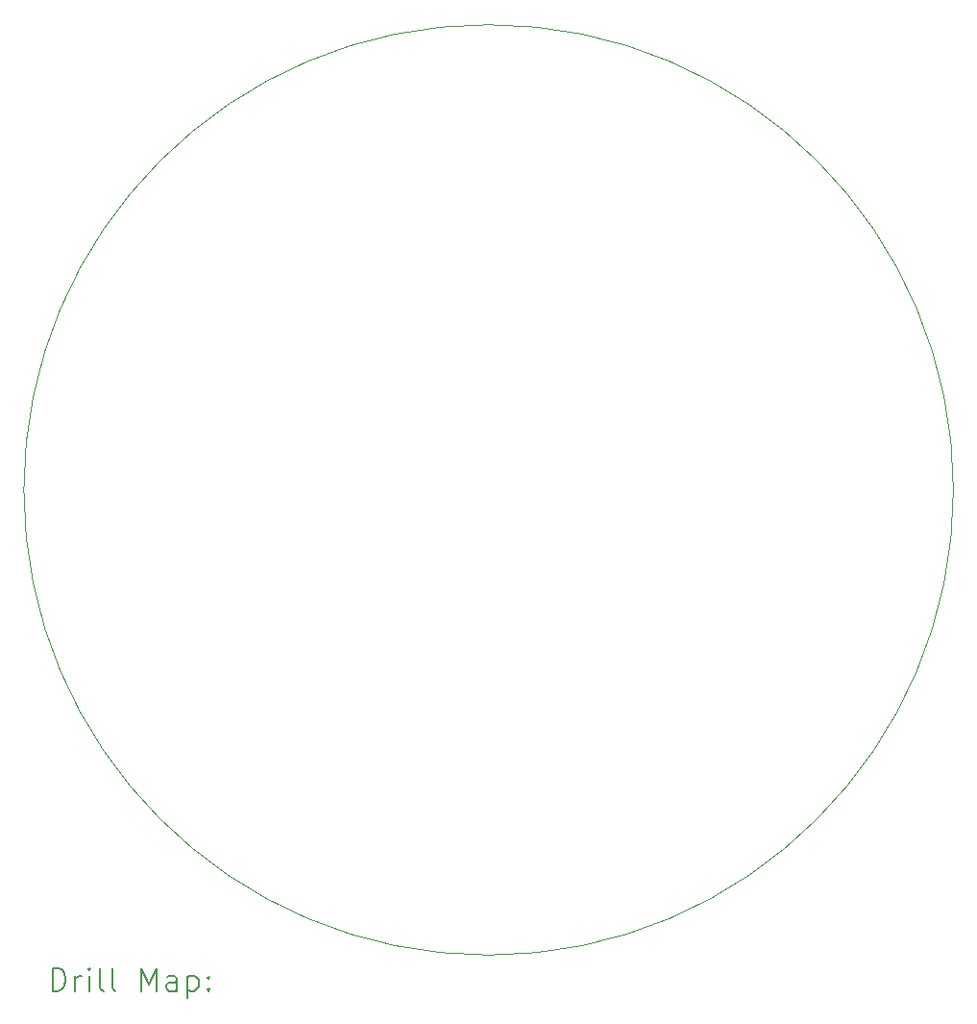
<source format=gbr>
%TF.GenerationSoftware,KiCad,Pcbnew,(6.0.8-1)-1*%
%TF.CreationDate,2023-08-07T08:14:22+01:00*%
%TF.ProjectId,LED LAMP,4c454420-4c41-44d5-902e-6b696361645f,rev?*%
%TF.SameCoordinates,Original*%
%TF.FileFunction,Drillmap*%
%TF.FilePolarity,Positive*%
%FSLAX45Y45*%
G04 Gerber Fmt 4.5, Leading zero omitted, Abs format (unit mm)*
G04 Created by KiCad (PCBNEW (6.0.8-1)-1) date 2023-08-07 08:14:22*
%MOMM*%
%LPD*%
G01*
G04 APERTURE LIST*
%ADD10C,0.100000*%
%ADD11C,0.200000*%
G04 APERTURE END LIST*
D10*
X25489210Y-5330000D02*
G75*
G03*
X25489210Y-5330000I-4096210J0D01*
G01*
D11*
X17549409Y-9741686D02*
X17549409Y-9541686D01*
X17597028Y-9541686D01*
X17625600Y-9551210D01*
X17644647Y-9570257D01*
X17654171Y-9589305D01*
X17663695Y-9627400D01*
X17663695Y-9655972D01*
X17654171Y-9694067D01*
X17644647Y-9713114D01*
X17625600Y-9732162D01*
X17597028Y-9741686D01*
X17549409Y-9741686D01*
X17749409Y-9741686D02*
X17749409Y-9608353D01*
X17749409Y-9646448D02*
X17758933Y-9627400D01*
X17768457Y-9617876D01*
X17787505Y-9608353D01*
X17806552Y-9608353D01*
X17873219Y-9741686D02*
X17873219Y-9608353D01*
X17873219Y-9541686D02*
X17863695Y-9551210D01*
X17873219Y-9560734D01*
X17882743Y-9551210D01*
X17873219Y-9541686D01*
X17873219Y-9560734D01*
X17997028Y-9741686D02*
X17977981Y-9732162D01*
X17968457Y-9713114D01*
X17968457Y-9541686D01*
X18101790Y-9741686D02*
X18082743Y-9732162D01*
X18073219Y-9713114D01*
X18073219Y-9541686D01*
X18330362Y-9741686D02*
X18330362Y-9541686D01*
X18397028Y-9684543D01*
X18463695Y-9541686D01*
X18463695Y-9741686D01*
X18644647Y-9741686D02*
X18644647Y-9636924D01*
X18635124Y-9617876D01*
X18616076Y-9608353D01*
X18577981Y-9608353D01*
X18558933Y-9617876D01*
X18644647Y-9732162D02*
X18625600Y-9741686D01*
X18577981Y-9741686D01*
X18558933Y-9732162D01*
X18549409Y-9713114D01*
X18549409Y-9694067D01*
X18558933Y-9675019D01*
X18577981Y-9665495D01*
X18625600Y-9665495D01*
X18644647Y-9655972D01*
X18739886Y-9608353D02*
X18739886Y-9808353D01*
X18739886Y-9617876D02*
X18758933Y-9608353D01*
X18797028Y-9608353D01*
X18816076Y-9617876D01*
X18825600Y-9627400D01*
X18835124Y-9646448D01*
X18835124Y-9703591D01*
X18825600Y-9722638D01*
X18816076Y-9732162D01*
X18797028Y-9741686D01*
X18758933Y-9741686D01*
X18739886Y-9732162D01*
X18920838Y-9722638D02*
X18930362Y-9732162D01*
X18920838Y-9741686D01*
X18911314Y-9732162D01*
X18920838Y-9722638D01*
X18920838Y-9741686D01*
X18920838Y-9617876D02*
X18930362Y-9627400D01*
X18920838Y-9636924D01*
X18911314Y-9627400D01*
X18920838Y-9617876D01*
X18920838Y-9636924D01*
M02*

</source>
